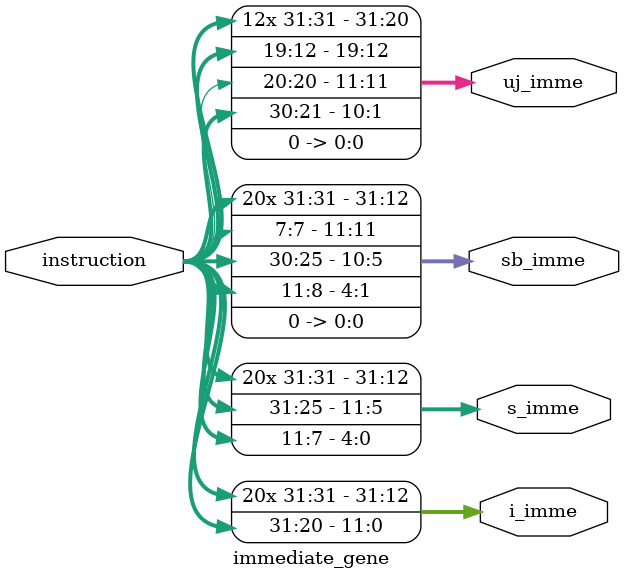
<source format=sv>


module immediate_gene #
(parameter INSTRUCTION=32
)
(
/* verilator lint_off UNUSED */
    input        [INSTRUCTION-1:0]   instruction,
    output logic [INSTRUCTION-1:0]   i_imme,
    output logic [INSTRUCTION-1:0]   s_imme,
    output logic [INSTRUCTION-1:0]   sb_imme,
    output logic [INSTRUCTION-1:0]   uj_imme
);

    always_comb begin
/* verilator lint_off UNUSED */

        i_imme  = {{20{instruction[31]}}, instruction[31:20]};
        s_imme  = {{20{instruction[31]}}, instruction[31:25], instruction[11:7]};
        sb_imme = {{19{instruction[31]}}, instruction[31], instruction[7], instruction[30:25], instruction[11:8],1'b0};
        uj_imme = {{11{instruction[31]}}, instruction[31], instruction[19:12],instruction[20], instruction[30:21],1'b0};       
    end
endmodule

</source>
